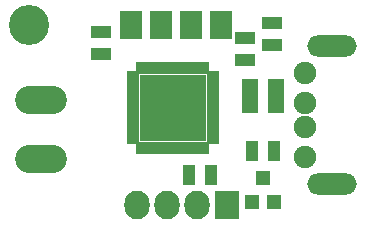
<source format=gbr>
G04 #@! TF.FileFunction,Soldermask,Top*
%FSLAX46Y46*%
G04 Gerber Fmt 4.6, Leading zero omitted, Abs format (unit mm)*
G04 Created by KiCad (PCBNEW (2016-04-04 BZR 6663, Git 30f5a7a)-product) date 05/05/2016 22:09:38*
%MOMM*%
G01*
G04 APERTURE LIST*
%ADD10C,0.100000*%
%ADD11R,1.100000X0.650000*%
%ADD12R,0.650000X1.100000*%
%ADD13R,1.687500X1.687500*%
%ADD14O,4.362400X2.381200*%
%ADD15R,1.700000X1.100000*%
%ADD16R,1.100000X1.700000*%
%ADD17R,1.200100X1.200100*%
%ADD18R,1.460000X1.050000*%
%ADD19C,3.400000*%
%ADD20R,2.127200X2.432000*%
%ADD21O,2.127200X2.432000*%
%ADD22R,1.900000X2.400000*%
%ADD23C,1.901140*%
%ADD24O,4.200000X1.800000*%
G04 APERTURE END LIST*
D10*
D11*
X147984000Y-94913000D03*
X147984000Y-95413000D03*
X147984000Y-95913000D03*
X147984000Y-96413000D03*
X147984000Y-96913000D03*
X147984000Y-97413000D03*
X147984000Y-97913000D03*
X147984000Y-98413000D03*
X147984000Y-98913000D03*
X147984000Y-99413000D03*
X147984000Y-99913000D03*
X147984000Y-100413000D03*
D12*
X148634000Y-101063000D03*
X149134000Y-101063000D03*
X149634000Y-101063000D03*
X150134000Y-101063000D03*
X150634000Y-101063000D03*
X151134000Y-101063000D03*
X151634000Y-101063000D03*
X152134000Y-101063000D03*
X152634000Y-101063000D03*
X153134000Y-101063000D03*
X153634000Y-101063000D03*
X154134000Y-101063000D03*
D11*
X154784000Y-100413000D03*
X154784000Y-99913000D03*
X154784000Y-99413000D03*
X154784000Y-98913000D03*
X154784000Y-98413000D03*
X154784000Y-97913000D03*
X154784000Y-97413000D03*
X154784000Y-96913000D03*
X154784000Y-96413000D03*
X154784000Y-95913000D03*
X154784000Y-95413000D03*
X154784000Y-94913000D03*
D12*
X154134000Y-94263000D03*
X153634000Y-94263000D03*
X153134000Y-94263000D03*
X152634000Y-94263000D03*
X152134000Y-94263000D03*
X151634000Y-94263000D03*
X151134000Y-94263000D03*
X150634000Y-94263000D03*
X150134000Y-94263000D03*
X149634000Y-94263000D03*
X149134000Y-94263000D03*
X148634000Y-94263000D03*
D13*
X153315250Y-99594250D03*
X153315250Y-98306750D03*
X153315250Y-97019250D03*
X153315250Y-95731750D03*
X152027750Y-99594250D03*
X152027750Y-98306750D03*
X152027750Y-97019250D03*
X152027750Y-95731750D03*
X150740250Y-99594250D03*
X150740250Y-98306750D03*
X150740250Y-97019250D03*
X150740250Y-95731750D03*
X149452750Y-99594250D03*
X149452750Y-98306750D03*
X149452750Y-97019250D03*
X149452750Y-95731750D03*
D14*
X140208000Y-101981000D03*
X140208000Y-96981000D03*
D15*
X159766000Y-92390000D03*
X159766000Y-90490000D03*
X157480000Y-93660000D03*
X157480000Y-91760000D03*
X145288000Y-91252000D03*
X145288000Y-93152000D03*
D16*
X158054000Y-101346000D03*
X159954000Y-101346000D03*
X152720000Y-103378000D03*
X154620000Y-103378000D03*
D17*
X158054000Y-105648760D03*
X159954000Y-105648760D03*
X159004000Y-103649780D03*
D18*
X160104000Y-97597000D03*
X160104000Y-96647000D03*
X160104000Y-95697000D03*
X157904000Y-95697000D03*
X157904000Y-97597000D03*
X157904000Y-96647000D03*
D19*
X139192000Y-90678000D03*
D20*
X155956000Y-105918000D03*
D21*
X153416000Y-105918000D03*
X150876000Y-105918000D03*
X148336000Y-105918000D03*
D22*
X150368000Y-90678000D03*
X152908000Y-90678000D03*
X147828000Y-90678000D03*
X155448000Y-90678000D03*
D23*
X162557880Y-94741140D03*
X162557880Y-97281140D03*
X162557880Y-99313140D03*
X162557880Y-101853140D03*
D24*
X164846000Y-92456000D03*
X164846000Y-104140000D03*
M02*

</source>
